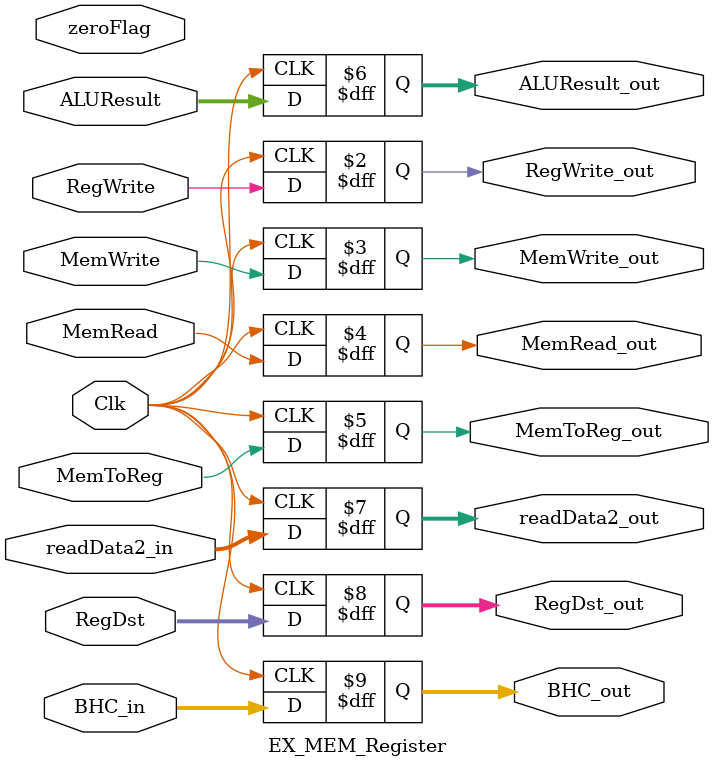
<source format=v>


  `timescale 1ns / 1ps

  module EX_MEM_Register(Clk, RegWrite, RegDst, MemWrite, MemRead, MemToReg, ALUResult,
   zeroFlag, readData2_in, BHC_in, RegWrite_out, RegDst_out, MemWrite_out, MemRead_out,  
   MemToReg_out, ALUResult_out, readData2_out, BHC_out);



    input RegWrite, MemWrite, MemRead, MemToReg;
  //  input [31:0] branchTarget; //output of adder
    input [31:0] ALUResult;
    input zeroFlag;
    input Clk;
//    input [31:0] jumpAddress_in;
//    input jalIn;
    input [31:0] readData2_in;
//    input Branch_in;
//    input JR_in;
//    input Jump_in;
//    input [31:0] readData1_in;
    input [4:0] RegDst;
    input [1:0] BHC_in;

    output reg RegWrite_out, MemWrite_out, MemRead_out, MemToReg_out;
//    output reg [31:0] branchTarget_out;
    output reg [31:0] ALUResult_out;

//    output reg [31:0] jumpAddress_out;
//    output reg Jal_out;
    output reg [31:0] readData2_out;
//    output reg [1:0] PCSrcOut;
//    output reg [31:0] readData1_out;
    output reg [4:0] RegDst_out;
    output reg [1:0] BHC_out;


   /* always @(reset) begin
      if (reset == 1) begin
        RegWrite_out <= 0;
        readData2_out <= 0;
        RegDst_out <= 0;

        MemWrite_out <= 0;
        MemRead_out <= 0;

        MemToReg_out <= 0;
        branchTarget_out <= 0;
        ALUResult_out <= 0;

        jumpAddress_out <= 0;
      end
    end*/

    always @(posedge Clk) begin
      RegWrite_out <= RegWrite;
      readData2_out <= readData2_in;
      RegDst_out <= RegDst;
//      readData1_out <= readData1_in;

      MemWrite_out <= MemWrite;
      MemRead_out <= MemRead;

      MemToReg_out <= MemToReg;
//      branchTarget_out <= branchTarget;
      ALUResult_out <= ALUResult;

//      jumpAddress_out <= jumpAddress_in;
//      Jal_out <= jalIn;
      BHC_out <= BHC_in;


/*      if (Branch_in == 1 && zeroFlag == 1) begin
          PCSrcOut <= 1;
      end
      else if (Jump_in == 1) begin
          PCSrcOut <= 3;
      end
      else if (JR_in == 1) begin
          PCSrcOut <= 2;
      end
      else begin
          PCSrcOut <= 0;
      end*/

    end



  endmodule

  
</source>
